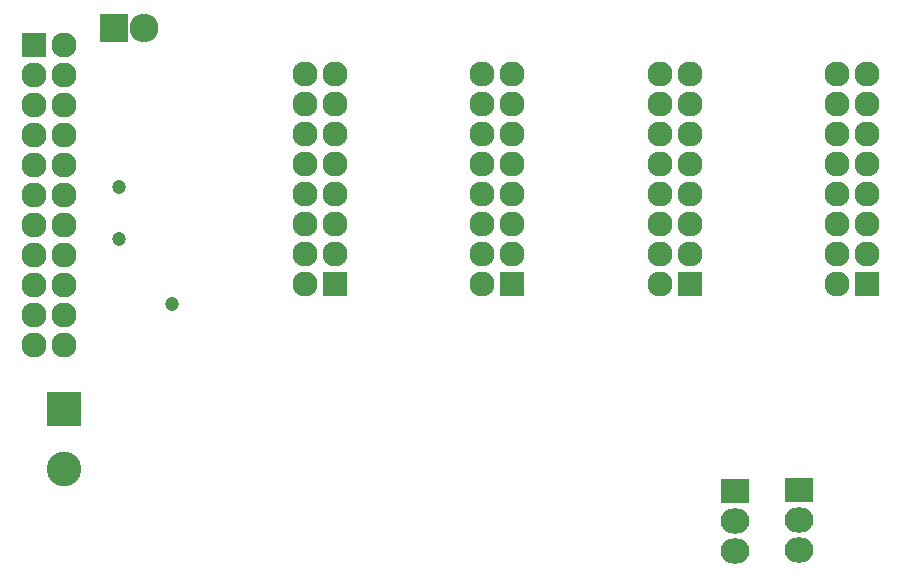
<source format=gbr>
G04 #@! TF.FileFunction,Soldermask,Bot*
%FSLAX46Y46*%
G04 Gerber Fmt 4.6, Leading zero omitted, Abs format (unit mm)*
G04 Created by KiCad (PCBNEW 4.0.2-stable) date 28.02.2017 09:35:37*
%MOMM*%
G01*
G04 APERTURE LIST*
%ADD10C,0.100000*%
%ADD11R,2.432000X2.432000*%
%ADD12O,2.432000X2.432000*%
%ADD13C,1.200000*%
%ADD14R,2.127200X2.127200*%
%ADD15O,2.127200X2.127200*%
%ADD16R,2.940000X2.940000*%
%ADD17C,2.940000*%
%ADD18R,2.432000X2.127200*%
%ADD19O,2.432000X2.127200*%
G04 APERTURE END LIST*
D10*
D11*
X109300000Y-53300000D03*
D12*
X111840000Y-53300000D03*
D13*
X109664500Y-71183500D03*
X109677200Y-66802000D03*
X114173000Y-76708000D03*
D14*
X158000000Y-75000000D03*
D15*
X155460000Y-75000000D03*
X158000000Y-72460000D03*
X155460000Y-72460000D03*
X158000000Y-69920000D03*
X155460000Y-69920000D03*
X158000000Y-67380000D03*
X155460000Y-67380000D03*
X158000000Y-64840000D03*
X155460000Y-64840000D03*
X158000000Y-62300000D03*
X155460000Y-62300000D03*
X158000000Y-59760000D03*
X155460000Y-59760000D03*
X158000000Y-57220000D03*
X155460000Y-57220000D03*
D14*
X128000000Y-75000000D03*
D15*
X125460000Y-75000000D03*
X128000000Y-72460000D03*
X125460000Y-72460000D03*
X128000000Y-69920000D03*
X125460000Y-69920000D03*
X128000000Y-67380000D03*
X125460000Y-67380000D03*
X128000000Y-64840000D03*
X125460000Y-64840000D03*
X128000000Y-62300000D03*
X125460000Y-62300000D03*
X128000000Y-59760000D03*
X125460000Y-59760000D03*
X128000000Y-57220000D03*
X125460000Y-57220000D03*
D14*
X102500000Y-54770000D03*
D15*
X105040000Y-54770000D03*
X102500000Y-57310000D03*
X105040000Y-57310000D03*
X102500000Y-59850000D03*
X105040000Y-59850000D03*
X102500000Y-62390000D03*
X105040000Y-62390000D03*
X102500000Y-64930000D03*
X105040000Y-64930000D03*
X102500000Y-67470000D03*
X105040000Y-67470000D03*
X102500000Y-70010000D03*
X105040000Y-70010000D03*
X102500000Y-72550000D03*
X105040000Y-72550000D03*
X102500000Y-75090000D03*
X105040000Y-75090000D03*
X102500000Y-77630000D03*
X105040000Y-77630000D03*
X102500000Y-80170000D03*
X105040000Y-80170000D03*
D16*
X105003600Y-85585300D03*
D17*
X105003600Y-90665300D03*
D14*
X143000000Y-75000000D03*
D15*
X140460000Y-75000000D03*
X143000000Y-72460000D03*
X140460000Y-72460000D03*
X143000000Y-69920000D03*
X140460000Y-69920000D03*
X143000000Y-67380000D03*
X140460000Y-67380000D03*
X143000000Y-64840000D03*
X140460000Y-64840000D03*
X143000000Y-62300000D03*
X140460000Y-62300000D03*
X143000000Y-59760000D03*
X140460000Y-59760000D03*
X143000000Y-57220000D03*
X140460000Y-57220000D03*
D14*
X173000000Y-75000000D03*
D15*
X170460000Y-75000000D03*
X173000000Y-72460000D03*
X170460000Y-72460000D03*
X173000000Y-69920000D03*
X170460000Y-69920000D03*
X173000000Y-67380000D03*
X170460000Y-67380000D03*
X173000000Y-64840000D03*
X170460000Y-64840000D03*
X173000000Y-62300000D03*
X170460000Y-62300000D03*
X173000000Y-59760000D03*
X170460000Y-59760000D03*
X173000000Y-57220000D03*
X170460000Y-57220000D03*
D18*
X167246300Y-92468700D03*
D19*
X167246300Y-95008700D03*
X167246300Y-97548700D03*
D18*
X161861500Y-92494100D03*
D19*
X161861500Y-95034100D03*
X161861500Y-97574100D03*
M02*

</source>
